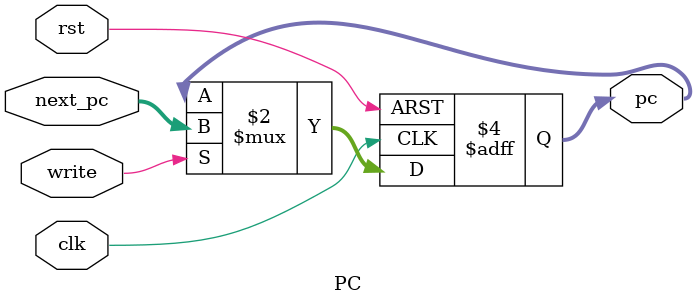
<source format=sv>
`timescale 1ns/1ns
module PC(
    input [31:0] next_pc, 
    input write, clk, rst, 
    output reg [31:0] pc
);

    always @(posedge clk or posedge rst) begin
        if (rst)
	        pc <= 32'b0;
	    else begin
            if (write)
                pc <= next_pc;
        end
    end

endmodule

</source>
